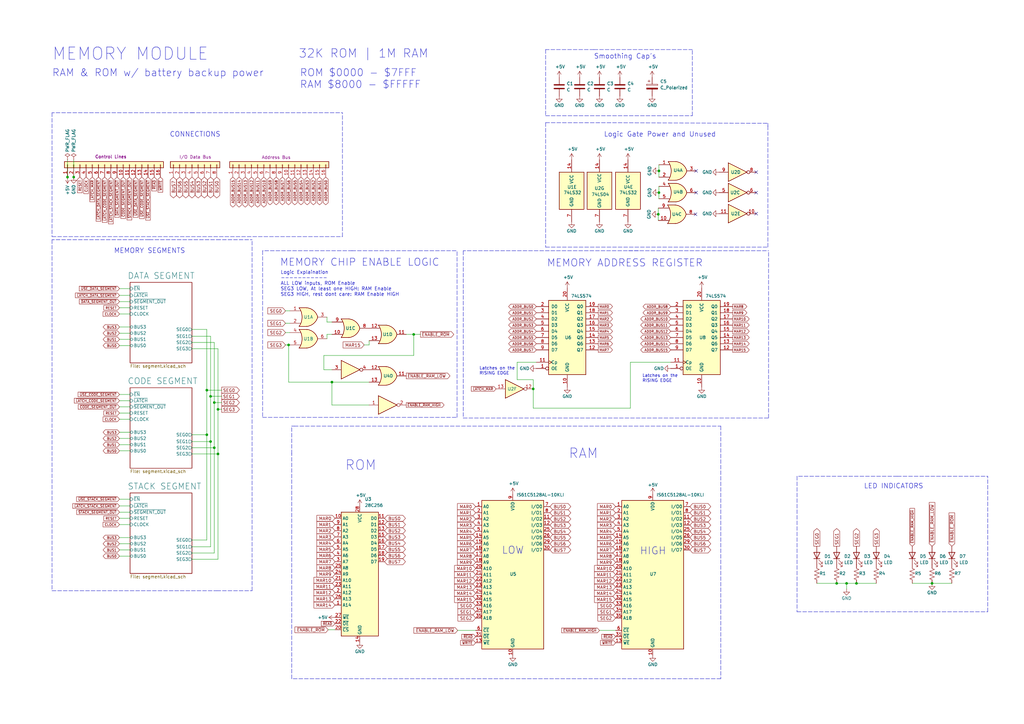
<source format=kicad_sch>
(kicad_sch (version 20211123) (generator eeschema)
  (paper "A3")
  (title_block (title "Memory Module") (date "2021-12-02") (rev "3") (company "theWickedWebDev/8-bit-computer") (comment 1 "Data preserved with backup battery"))
  (junction (at 270.002 87.884))
  (junction (at 30.226 72.644))
  (junction (at 87.884 165.1))
  (junction (at 351.282 239.268))
  (junction (at 89.408 167.894))
  (junction (at 347.218 239.268))
  (junction (at 169.672 137.16))
  (junction (at 382.27 239.268))
  (junction (at 86.36 181.102))
  (junction (at 87.884 183.642))
  (junction (at 86.36 162.56))
  (junction (at 89.408 186.182))
  (junction (at 84.836 178.308))
  (junction (at 218.694 159.512))
  (junction (at 270.256 70.104))
  (junction (at 270.256 78.994))
  (junction (at 343.154 239.268))
  (junction (at 27.686 72.644))
  (junction (at 118.364 141.478))
  (junction (at 136.144 156.718))
  (junction (at 84.836 160.02))
  (no_connect (at 285.496 70.104))
  (no_connect (at 310.134 87.63))
  (no_connect (at 310.134 70.612))
  (no_connect (at 310.134 78.994))
  (no_connect (at 285.496 78.994))
  (no_connect (at 285.242 87.884))
  (wire (pts (xy 212.09 148.59) (xy 212.09 155.702)))
  (wire (pts (xy 343.154 239.268) (xy 347.218 239.268)))
  (wire (pts (xy 49.022 225.552) (xy 53.34 225.552)))
  (polyline (pts (xy 107.696 102.87) (xy 107.696 171.196)))
  (wire (pts (xy 87.884 226.822) (xy 87.884 183.642)))
  (wire (pts (xy 351.282 239.268) (xy 359.41 239.268)))
  (wire (pts (xy 84.836 221.488) (xy 84.836 178.308)))
  (wire (pts (xy 86.36 137.922) (xy 86.36 162.56)))
  (polyline (pts (xy 140.462 97.028) (xy 140.462 46.228)))
  (wire (pts (xy 86.36 181.102) (xy 78.74 181.102)))
  (polyline (pts (xy 187.452 171.196) (xy 187.452 102.87)))
  (wire (pts (xy 78.74 140.462) (xy 87.884 140.462)))
  (wire (pts (xy 84.836 135.128) (xy 84.836 160.02)))
  (wire (pts (xy 136.144 156.718) (xy 136.144 166.116)))
  (polyline (pts (xy 295.656 174.752) (xy 295.656 278.384)))
  (polyline (pts (xy 405.13 250.952) (xy 405.13 195.326)))
  (wire (pts (xy 169.672 137.16) (xy 169.672 145.796)))
  (wire (pts (xy 275.082 148.59) (xy 258.572 148.59)))
  (wire (pts (xy 49.022 164.338) (xy 53.34 164.338)))
  (polyline (pts (xy 223.774 50.292) (xy 223.774 101.346)))
  (wire (pts (xy 49.022 118.364) (xy 53.34 118.364)))
  (wire (pts (xy 136.144 132.08) (xy 134.112 132.08)))
  (wire (pts (xy 49.022 121.158) (xy 53.34 121.158)))
  (polyline (pts (xy 61.214 98.298) (xy 88.9 98.298)))
  (wire (pts (xy 212.09 155.702) (xy 218.694 155.702)))
  (wire (pts (xy 136.144 156.718) (xy 151.384 156.718)))
  (wire (pts (xy 49.022 141.732) (xy 53.34 141.732)))
  (polyline (pts (xy 314.96 50.546) (xy 314.96 51.816)))
  (polyline (pts (xy 326.898 195.326) (xy 326.898 250.952)))
  (wire (pts (xy 245.872 258.572) (xy 252.476 258.572)))
  (wire (pts (xy 87.884 183.642) (xy 78.74 183.642)))
  (wire (pts (xy 86.36 162.56) (xy 90.932 162.56)))
  (wire (pts (xy 117.094 136.398) (xy 118.872 136.398)))
  (polyline (pts (xy 119.634 278.384) (xy 119.634 185.928)))
  (wire (pts (xy 86.36 181.102) (xy 86.36 224.282)))
  (wire (pts (xy 218.694 159.512) (xy 218.694 167.386)))
  (polyline (pts (xy 61.214 98.298) (xy 21.336 98.298)))
  (wire (pts (xy 258.572 148.59) (xy 258.572 167.386)))
  (polyline (pts (xy 189.992 171.45) (xy 315.214 171.45)))
  (polyline (pts (xy 144.526 102.87) (xy 107.696 102.87)))
  (polyline (pts (xy 243.586 20.32) (xy 283.972 20.32)))
  (wire (pts (xy 49.022 220.472) (xy 53.34 220.472)))
  (polyline (pts (xy 189.992 102.87) (xy 189.992 171.45)))
  (wire (pts (xy 49.022 184.912) (xy 53.34 184.912)))
  (wire (pts (xy 84.836 178.308) (xy 78.74 178.308)))
  (wire (pts (xy 136.144 137.16) (xy 134.112 137.16)))
  (wire (pts (xy 78.74 226.822) (xy 87.884 226.822)))
  (wire (pts (xy 89.408 186.182) (xy 78.74 186.182)))
  (wire (pts (xy 49.022 166.878) (xy 53.34 166.878)))
  (wire (pts (xy 78.74 135.128) (xy 84.836 135.128)))
  (wire (pts (xy 30.226 65.532) (xy 30.226 72.644)))
  (wire (pts (xy 89.408 167.894) (xy 90.932 167.894)))
  (wire (pts (xy 49.022 123.698) (xy 53.34 123.698)))
  (wire (pts (xy 49.022 134.112) (xy 53.34 134.112)))
  (wire (pts (xy 270.256 78.994) (xy 270.256 81.534)))
  (polyline (pts (xy 144.272 102.87) (xy 187.452 102.87)))
  (polyline (pts (xy 21.336 242.316) (xy 88.9 242.316)))
  (wire (pts (xy 49.022 212.598) (xy 53.34 212.598)))
  (wire (pts (xy 84.836 160.02) (xy 90.932 160.02)))
  (polyline (pts (xy 119.634 186.182) (xy 119.634 174.752)))
  (polyline (pts (xy 88.9 98.298) (xy 103.378 98.298)))
  (wire (pts (xy 117.094 132.588) (xy 118.872 132.588)))
  (wire (pts (xy 218.694 155.702) (xy 218.694 159.512)))
  (wire (pts (xy 87.884 140.462) (xy 87.884 165.1)))
  (wire (pts (xy 270.256 70.104) (xy 270.256 72.644)))
  (polyline (pts (xy 261.874 102.87) (xy 189.992 102.87)))
  (wire (pts (xy 169.672 137.16) (xy 166.624 137.16)))
  (wire (pts (xy 335.026 239.268) (xy 343.154 239.268)))
  (wire (pts (xy 49.022 126.238) (xy 53.34 126.238)))
  (polyline (pts (xy 103.378 242.316) (xy 103.378 98.298)))
  (polyline (pts (xy 243.586 20.32) (xy 223.774 20.32)))
  (wire (pts (xy 117.094 127.508) (xy 118.872 127.508)))
  (wire (pts (xy 270.256 67.564) (xy 270.256 70.104)))
  (wire (pts (xy 347.218 239.268) (xy 347.218 241.554)))
  (wire (pts (xy 49.022 204.724) (xy 53.34 204.724)))
  (polyline (pts (xy 79.502 46.228) (xy 21.336 46.228)))
  (wire (pts (xy 49.022 179.832) (xy 53.34 179.832)))
  (wire (pts (xy 347.218 239.268) (xy 351.282 239.268)))
  (polyline (pts (xy 315.214 171.45) (xy 315.214 102.87)))
  (wire (pts (xy 78.74 224.282) (xy 86.36 224.282)))
  (polyline (pts (xy 21.336 97.028) (xy 140.462 97.028)))
  (wire (pts (xy 136.144 166.116) (xy 151.384 166.116)))
  (wire (pts (xy 151.384 141.478) (xy 149.352 141.478)))
  (polyline (pts (xy 107.696 171.196) (xy 187.452 171.196)))
  (polyline (pts (xy 314.96 101.346) (xy 314.96 51.308)))
  (wire (pts (xy 218.694 167.386) (xy 258.572 167.386)))
  (polyline (pts (xy 78.232 46.228) (xy 140.462 46.228)))
  (wire (pts (xy 49.022 177.292) (xy 53.34 177.292)))
  (wire (pts (xy 374.142 239.268) (xy 382.27 239.268)))
  (polyline (pts (xy 295.656 278.384) (xy 119.634 278.384)))
  (wire (pts (xy 89.408 229.362) (xy 89.408 186.182)))
  (wire (pts (xy 382.27 239.268) (xy 390.398 239.268)))
  (wire (pts (xy 118.364 141.478) (xy 118.364 156.718)))
  (wire (pts (xy 172.466 137.16) (xy 169.672 137.16)))
  (wire (pts (xy 49.022 171.958) (xy 53.34 171.958)))
  (wire (pts (xy 86.36 162.56) (xy 86.36 181.102)))
  (wire (pts (xy 187.706 258.572) (xy 195.072 258.572)))
  (wire (pts (xy 270.256 76.454) (xy 270.256 78.994)))
  (wire (pts (xy 89.408 143.002) (xy 89.408 167.894)))
  (wire (pts (xy 134.62 258.318) (xy 137.414 258.318)))
  (wire (pts (xy 84.836 160.02) (xy 84.836 178.308)))
  (polyline (pts (xy 326.898 250.952) (xy 405.13 250.952)))
  (wire (pts (xy 49.022 215.138) (xy 53.34 215.138)))
  (polyline (pts (xy 294.64 101.346) (xy 314.96 101.346)))
  (wire (pts (xy 89.408 167.894) (xy 89.408 186.182)))
  (wire (pts (xy 87.884 165.1) (xy 87.884 183.642)))
  (wire (pts (xy 49.022 169.418) (xy 53.34 169.418)))
  (wire (pts (xy 49.022 128.778) (xy 53.34 128.778)))
  (polyline (pts (xy 368.046 195.326) (xy 405.13 195.326)))
  (polyline (pts (xy 223.774 101.346) (xy 294.64 101.346)))
  (wire (pts (xy 151.384 139.7) (xy 151.384 141.478)))
  (polyline (pts (xy 283.972 47.498) (xy 283.972 20.32)))
  (wire (pts (xy 49.022 207.518) (xy 53.34 207.518)))
  (wire (pts (xy 134.112 132.08) (xy 134.112 130.048)))
  (polyline (pts (xy 223.774 20.32) (xy 223.774 47.498)))
  (polyline (pts (xy 223.774 50.292) (xy 314.96 50.546)))
  (wire (pts (xy 49.022 223.012) (xy 53.34 223.012)))
  (wire (pts (xy 49.022 136.652) (xy 53.34 136.652)))
  (polyline (pts (xy 119.634 174.752) (xy 120.65 174.752)))
  (wire (pts (xy 169.672 145.796) (xy 132.842 145.796)))
  (wire (pts (xy 118.364 156.718) (xy 136.144 156.718)))
  (polyline (pts (xy 368.046 195.326) (xy 326.898 195.326)))
  (wire (pts (xy 270.002 85.344) (xy 270.002 87.884)))
  (wire (pts (xy 27.686 65.532) (xy 27.686 72.644)))
  (wire (pts (xy 132.842 145.796) (xy 132.842 151.638)))
  (polyline (pts (xy 120.65 174.752) (xy 295.656 174.752)))
  (polyline (pts (xy 257.81 102.87) (xy 315.214 102.87)))
  (polyline (pts (xy 21.336 98.298) (xy 21.336 242.316)))
  (wire (pts (xy 132.842 151.638) (xy 136.144 151.638)))
  (wire (pts (xy 49.022 210.058) (xy 53.34 210.058)))
  (wire (pts (xy 117.094 141.478) (xy 118.364 141.478)))
  (wire (pts (xy 270.002 87.884) (xy 270.002 90.424)))
  (wire (pts (xy 78.74 221.488) (xy 84.836 221.488)))
  (wire (pts (xy 118.364 141.478) (xy 118.872 141.478)))
  (wire (pts (xy 49.022 228.092) (xy 53.34 228.092)))
  (polyline (pts (xy 88.9 242.316) (xy 103.378 242.316)))
  (wire (pts (xy 87.884 165.1) (xy 90.932 165.1)))
  (wire (pts (xy 78.74 229.362) (xy 89.408 229.362)))
  (polyline (pts (xy 223.774 47.498) (xy 283.972 47.498)))
  (polyline (pts (xy 21.336 46.228) (xy 21.336 97.028)))
  (wire (pts (xy 78.74 143.002) (xy 89.408 143.002)))
  (wire (pts (xy 49.022 139.192) (xy 53.34 139.192)))
  (wire (pts (xy 49.022 182.372) (xy 53.34 182.372)))
  (wire (pts (xy 212.09 148.59) (xy 219.964 148.59)))
  (wire (pts (xy 49.022 161.798) (xy 53.34 161.798)))
  (wire (pts (xy 134.112 137.16) (xy 134.112 138.938)))
  (wire (pts (xy 78.74 137.922) (xy 86.36 137.922)))
  (text "MEMORY CHIP ENABLE LOGIC" (at 114.808 109.474 0) (effects (font (size 3 3)) (justify left bottom)))
  (text "Logic Gate Power and Unused" (at 247.65 56.388 0) (effects (font (size 2 2)) (justify left bottom)))
  (text "HIGH" (at 262.382 227.838 0) (effects (font (size 3 3)) (justify left bottom)))
  (text "LED INDICATORS" (at 354.33 200.66 0) (effects (font (size 2 2)) (justify left bottom)))
  (text "MEMORY SEGMENTS" (at 46.736 104.14 0) (effects (font (size 2 2)) (justify left bottom)))
  (text "CONNECTIONS" (at 69.596 56.388 0) (effects (font (size 2 2)) (justify left bottom)))
  (text "MEMORY ADDRESS REGISTER" (at 224.282 109.728 0) (effects (font (size 3 3)) (justify left bottom)))
  (text "RAM & ROM w/ battery backup power" (at 21.336 31.75 0) (effects (font (size 3 3)) (justify left bottom)))
  (text "MEMORY MODULE" (at 21.336 25.146 0) (effects (font (size 5 5)) (justify left bottom)))
  (text "Latches on the \nRISING EDGE" (at 263.398 156.972 0) (effects (font (size 1.27 1.27)) (justify left bottom)))
  (text "ROM $0000 - $7FFF\nRAM $8000 - $FFFFF\n" (at 122.936 36.576 0) (effects (font (size 3 3)) (justify left bottom)))
  (text "Latches on the \nRISING EDGE" (at 196.596 153.924 0) (effects (font (size 1.27 1.27)) (justify left bottom)))
  (text "32K ROM | 1M RAM" (at 122.428 24.13 0) (effects (font (size 3.5 3.5)) (justify left bottom)))
  (text "Logic Explaination\n-----------\nALL LOW inputs, ROM Enable\nSEG3 LOW, At least one HIGH: RAM Enable \nSEG3 HIGH, rest dont care: RAM Enable HIGH" (at 115.062 121.666 0) (effects (font (size 1.4 1.4)) (justify left bottom)))
  (text "LOW" (at 205.74 227.584 0) (effects (font (size 3 3)) (justify left bottom)))
  (text "Smoothing Cap's" (at 243.586 24.384 0) (effects (font (size 2 2)) (justify left bottom)))
  (text "ROM" (at 141.478 193.294 0) (effects (font (size 4 4)) (justify left bottom)))
  (text "RAM" (at 233.172 188.468 0) (effects (font (size 4 4)) (justify left bottom)))
  (global_label "SEG3" (shape output) (at 90.932 167.894 0) (property "Intersheet References" "${INTERSHEET_REFS}" (effects hide)))
  (global_label "ADDR_BUS0" (shape bidirectional) (at 133.604 72.644 270) (effects (font (size 1 1))) (property "Intersheet References" "${INTERSHEET_REFS}" (effects hide)))
  (global_label "ADDR_BUS7" (shape tri_state) (at 219.964 143.51 180) (effects (font (size 1 1))) (property "Intersheet References" "${INTERSHEET_REFS}" (effects hide)))
  (global_label "BUS1" (shape tri_state) (at 157.734 215.138 0) (property "Intersheet References" "${INTERSHEET_REFS}" (effects hide)))
  (global_label "~{LATCH_STACK_SEGMENT}" (shape input) (at 49.022 207.518 180) (effects (font (size 1 1))) (property "Intersheet References" "${INTERSHEET_REFS}" (effects hide)))
  (global_label "MAR7" (shape input) (at 137.414 230.378 180) (property "Intersheet References" "${INTERSHEET_REFS}" (effects hide)))
  (global_label "ADDR_BUS4" (shape tri_state) (at 219.964 135.89 180) (effects (font (size 1 1))) (property "Intersheet References" "${INTERSHEET_REFS}" (effects hide)))
  (global_label "SEG0" (shape input) (at 252.476 248.412 180) (property "Intersheet References" "${INTERSHEET_REFS}" (effects hide)))
  (global_label "SEG2" (shape input) (at 117.094 136.398 180) (property "Intersheet References" "${INTERSHEET_REFS}" (effects hide)))
  (global_label "BUS2" (shape tri_state) (at 282.956 212.852 0) (property "Intersheet References" "${INTERSHEET_REFS}" (effects hide)))
  (global_label "MAR2" (shape input) (at 137.414 217.678 180) (property "Intersheet References" "${INTERSHEET_REFS}" (effects hide)))
  (global_label "~{USE_DATA_SEGMENT}" (shape input) (at 49.022 118.364 180) (effects (font (size 1 1))) (property "Intersheet References" "${INTERSHEET_REFS}" (effects hide)))
  (global_label "MAR13" (shape input) (at 195.072 240.792 180) (property "Intersheet References" "${INTERSHEET_REFS}" (effects hide)))
  (global_label "~{LATCH_MAR}" (shape input) (at 37.846 72.644 270) (effects (font (size 1 1))) (property "Intersheet References" "${INTERSHEET_REFS}" (effects hide)))
  (global_label "MAR4" (shape input) (at 252.476 217.932 180) (property "Intersheet References" "${INTERSHEET_REFS}" (effects hide)))
  (global_label "BUS6" (shape tri_state) (at 282.956 223.012 0) (property "Intersheet References" "${INTERSHEET_REFS}" (effects hide)))
  (global_label "ADDR_BUS3" (shape tri_state) (at 219.964 133.35 180) (effects (font (size 1 1))) (property "Intersheet References" "${INTERSHEET_REFS}" (effects hide)))
  (global_label "ADDR_BUS8" (shape tri_state) (at 113.284 72.644 270) (effects (font (size 1 1))) (property "Intersheet References" "${INTERSHEET_REFS}" (effects hide)))
  (global_label "RESET" (shape input) (at 49.022 126.238 180) (effects (font (size 1 1))) (property "Intersheet References" "${INTERSHEET_REFS}" (effects hide)))
  (global_label "ADDR_BUS3" (shape tri_state) (at 125.984 72.644 270) (effects (font (size 1 1))) (property "Intersheet References" "${INTERSHEET_REFS}" (effects hide)))
  (global_label "BUS6" (shape tri_state) (at 225.552 223.012 0) (property "Intersheet References" "${INTERSHEET_REFS}" (effects hide)))
  (global_label "SEG3" (shape output) (at 359.41 224.028 90) (property "Intersheet References" "${INTERSHEET_REFS}" (effects hide)))
  (global_label "ADDR_BUS5" (shape tri_state) (at 219.964 138.43 180) (effects (font (size 1 1))) (property "Intersheet References" "${INTERSHEET_REFS}" (effects hide)))
  (global_label "MAR3" (shape input) (at 252.476 215.392 180) (property "Intersheet References" "${INTERSHEET_REFS}" (effects hide)))
  (global_label "~{ENABLE_RAM_LOW}" (shape output) (at 166.624 154.178 0) (effects (font (size 1.2 1.2))) (property "Intersheet References" "${INTERSHEET_REFS}" (effects hide)))
  (global_label "BUS6" (shape tri_state) (at 157.734 227.838 0) (property "Intersheet References" "${INTERSHEET_REFS}" (effects hide)))
  (global_label "MAR12" (shape output) (at 300.482 135.89 0) (effects (font (size 1 1))) (property "Intersheet References" "${INTERSHEET_REFS}" (effects hide)))
  (global_label "MAR7" (shape output) (at 245.364 143.51 0) (effects (font (size 1 1))) (property "Intersheet References" "${INTERSHEET_REFS}" (effects hide)))
  (global_label "MAR3" (shape input) (at 137.414 220.218 180) (property "Intersheet References" "${INTERSHEET_REFS}" (effects hide)))
  (global_label "ADDR_BUS15" (shape tri_state) (at 95.504 72.644 270) (effects (font (size 1 1))) (property "Intersheet References" "${INTERSHEET_REFS}" (effects hide)))
  (global_label "BUS1" (shape tri_state) (at 49.022 225.552 180) (effects (font (size 1 1))) (property "Intersheet References" "${INTERSHEET_REFS}" (effects hide)))
  (global_label "ADDR_BUS5" (shape tri_state) (at 120.904 72.644 270) (effects (font (size 1 1))) (property "Intersheet References" "${INTERSHEET_REFS}" (effects hide)))
  (global_label "~{READ}" (shape input) (at 63.246 72.644 270) (effects (font (size 1 1))) (property "Intersheet References" "${INTERSHEET_REFS}" (effects hide)))
  (global_label "~{WRITE}" (shape input) (at 195.072 263.652 180) (effects (font (size 1 1))) (property "Intersheet References" "${INTERSHEET_REFS}" (effects hide)))
  (global_label "MAR2" (shape input) (at 195.072 212.852 180) (property "Intersheet References" "${INTERSHEET_REFS}" (effects hide)))
  (global_label "BUS3" (shape tri_state) (at 81.28 72.644 270) (property "Intersheet References" "${INTERSHEET_REFS}" (effects hide)))
  (global_label "MAR15" (shape input) (at 252.476 245.872 180) (property "Intersheet References" "${INTERSHEET_REFS}" (effects hide)))
  (global_label "BUS1" (shape tri_state) (at 49.022 139.192 180) (effects (font (size 1 1))) (property "Intersheet References" "${INTERSHEET_REFS}" (effects hide)))
  (global_label "MAR0" (shape input) (at 137.414 212.598 180) (property "Intersheet References" "${INTERSHEET_REFS}" (effects hide)))
  (global_label "MAR0" (shape output) (at 245.364 125.73 0) (effects (font (size 1 1))) (property "Intersheet References" "${INTERSHEET_REFS}" (effects hide)))
  (global_label "MAR5" (shape input) (at 252.476 220.472 180) (property "Intersheet References" "${INTERSHEET_REFS}" (effects hide)))
  (global_label "ADDR_BUS6" (shape tri_state) (at 118.364 72.644 270) (effects (font (size 1 1))) (property "Intersheet References" "${INTERSHEET_REFS}" (effects hide)))
  (global_label "CLOCK" (shape input) (at 35.306 72.644 270) (effects (font (size 1 1))) (property "Intersheet References" "${INTERSHEET_REFS}" (effects hide)))
  (global_label "BUS2" (shape tri_state) (at 83.82 72.644 270) (property "Intersheet References" "${INTERSHEET_REFS}" (effects hide)))
  (global_label "MAR10" (shape input) (at 195.072 233.172 180) (property "Intersheet References" "${INTERSHEET_REFS}" (effects hide)))
  (global_label "SEG2" (shape output) (at 90.932 165.1 0) (property "Intersheet References" "${INTERSHEET_REFS}" (effects hide)))
  (global_label "~{ENABLE_RAM_HIGH}" (shape output) (at 166.624 166.116 0) (effects (font (size 1 1))) (property "Intersheet References" "${INTERSHEET_REFS}" (effects hide)))
  (global_label "ADDR_BUS14" (shape tri_state) (at 98.044 72.644 270) (effects (font (size 1 1))) (property "Intersheet References" "${INTERSHEET_REFS}" (effects hide)))
  (global_label "~{WRITE}" (shape input) (at 65.786 72.644 270) (effects (font (size 1 1))) (property "Intersheet References" "${INTERSHEET_REFS}" (effects hide)))
  (global_label "~{USE_CODE_SEGMENT}" (shape input) (at 58.166 72.644 270) (effects (font (size 1 1))) (property "Intersheet References" "${INTERSHEET_REFS}" (effects hide)))
  (global_label "~{ENABLE_ROM}" (shape input) (at 390.398 224.028 90) (effects (font (size 1.2 1.2))) (property "Intersheet References" "${INTERSHEET_REFS}" (effects hide)))
  (global_label "SEG2" (shape input) (at 252.476 253.492 180) (property "Intersheet References" "${INTERSHEET_REFS}" (effects hide)))
  (global_label "~{LATCH_CODE_SEGMENT}" (shape input) (at 42.926 72.644 270) (effects (font (size 1 1))) (property "Intersheet References" "${INTERSHEET_REFS}" (effects hide)))
  (global_label "BUS2" (shape tri_state) (at 225.552 212.852 0) (property "Intersheet References" "${INTERSHEET_REFS}" (effects hide)))
  (global_label "MAR1" (shape output) (at 245.364 128.27 0) (effects (font (size 1 1))) (property "Intersheet References" "${INTERSHEET_REFS}" (effects hide)))
  (global_label "MAR15" (shape input) (at 195.072 245.872 180) (property "Intersheet References" "${INTERSHEET_REFS}" (effects hide)))
  (global_label "ADDR_BUS14" (shape tri_state) (at 275.082 140.97 180) (effects (font (size 1 1))) (property "Intersheet References" "${INTERSHEET_REFS}" (effects hide)))
  (global_label "MAR6" (shape output) (at 245.364 140.97 0) (effects (font (size 1 1))) (property "Intersheet References" "${INTERSHEET_REFS}" (effects hide)))
  (global_label "SEG1" (shape input) (at 117.094 132.588 180) (property "Intersheet References" "${INTERSHEET_REFS}" (effects hide)))
  (global_label "~{LATCH_DATA_SEGMENT}" (shape input) (at 49.022 121.158 180) (effects (font (size 1 1))) (property "Intersheet References" "${INTERSHEET_REFS}" (effects hide)))
  (global_label "SEG1" (shape output) (at 343.154 224.028 90) (property "Intersheet References" "${INTERSHEET_REFS}" (effects hide)))
  (global_label "MAR8" (shape input) (at 137.414 232.918 180) (property "Intersheet References" "${INTERSHEET_REFS}" (effects hide)))
  (global_label "ADDR_BUS10" (shape tri_state) (at 275.082 130.81 180) (effects (font (size 1 1))) (property "Intersheet References" "${INTERSHEET_REFS}" (effects hide)))
  (global_label "~{DATA_SEGMENT_OUT}" (shape input) (at 49.022 123.698 180) (effects (font (size 1 1))) (property "Intersheet References" "${INTERSHEET_REFS}" (effects hide)))
  (global_label "ADDR_BUS9" (shape tri_state) (at 110.744 72.644 270) (effects (font (size 1 1))) (property "Intersheet References" "${INTERSHEET_REFS}" (effects hide)))
  (global_label "~{USE_STACK_SEGMENT}" (shape input) (at 60.706 72.644 270) (effects (font (size 1 1))) (property "Intersheet References" "${INTERSHEET_REFS}" (effects hide)))
  (global_label "BUS0" (shape tri_state) (at 49.022 184.912 180) (effects (font (size 1 1))) (property "Intersheet References" "${INTERSHEET_REFS}" (effects hide)))
  (global_label "ADDR_BUS8" (shape tri_state) (at 275.082 125.73 180) (effects (font (size 1 1))) (property "Intersheet References" "${INTERSHEET_REFS}" (effects hide)))
  (global_label "SEG0" (shape output) (at 335.026 224.028 90) (property "Intersheet References" "${INTERSHEET_REFS}" (effects hide)))
  (global_label "ADDR_BUS4" (shape tri_state) (at 123.444 72.644 270) (effects (font (size 1 1))) (property "Intersheet References" "${INTERSHEET_REFS}" (effects hide)))
  (global_label "BUS0" (shape tri_state) (at 157.734 212.598 0) (property "Intersheet References" "${INTERSHEET_REFS}" (effects hide)))
  (global_label "~{USE_DATA_SEGMENT}" (shape input) (at 55.626 72.644 270) (effects (font (size 1 1))) (property "Intersheet References" "${INTERSHEET_REFS}" (effects hide)))
  (global_label "SEG1" (shape output) (at 90.932 162.56 0) (property "Intersheet References" "${INTERSHEET_REFS}" (effects hide)))
  (global_label "RESET" (shape input) (at 49.022 212.598 180) (effects (font (size 1 1))) (property "Intersheet References" "${INTERSHEET_REFS}" (effects hide)))
  (global_label "MAR12" (shape input) (at 195.072 238.252 180) (property "Intersheet References" "${INTERSHEET_REFS}" (effects hide)))
  (global_label "ADDR_BUS1" (shape bidirectional) (at 219.964 128.27 180) (effects (font (size 1 1))) (property "Intersheet References" "${INTERSHEET_REFS}" (effects hide)))
  (global_label "MAR12" (shape input) (at 137.414 243.078 180) (property "Intersheet References" "${INTERSHEET_REFS}" (effects hide)))
  (global_label "MAR4" (shape input) (at 195.072 217.932 180) (property "Intersheet References" "${INTERSHEET_REFS}" (effects hide)))
  (global_label "~{ENABLE_ROM}" (shape output) (at 172.466 137.16 0) (effects (font (size 1.2 1.2))) (property "Intersheet References" "${INTERSHEET_REFS}" (effects hide)))
  (global_label "MAR11" (shape output) (at 300.482 133.35 0) (effects (font (size 1 1))) (property "Intersheet References" "${INTERSHEET_REFS}" (effects hide)))
  (global_label "BUS3" (shape tri_state) (at 49.022 177.292 180) (effects (font (size 1 1))) (property "Intersheet References" "${INTERSHEET_REFS}" (effects hide)))
  (global_label "BUS3" (shape tri_state) (at 157.734 220.218 0) (property "Intersheet References" "${INTERSHEET_REFS}" (effects hide)))
  (global_label "SEG1" (shape input) (at 195.072 250.952 180) (property "Intersheet References" "${INTERSHEET_REFS}" (effects hide)))
  (global_label "ADDR_BUS2" (shape bidirectional) (at 128.524 72.644 270) (effects (font (size 1 1))) (property "Intersheet References" "${INTERSHEET_REFS}" (effects hide)))
  (global_label "ADDR_BUS13" (shape tri_state) (at 100.584 72.644 270) (effects (font (size 1 1))) (property "Intersheet References" "${INTERSHEET_REFS}" (effects hide)))
  (global_label "ADDR_BUS1" (shape bidirectional) (at 131.064 72.644 270) (effects (font (size 1 1))) (property "Intersheet References" "${INTERSHEET_REFS}" (effects hide)))
  (global_label "MAR10" (shape input) (at 137.414 237.998 180) (property "Intersheet References" "${INTERSHEET_REFS}" (effects hide)))
  (global_label "ADDR_BUS10" (shape tri_state) (at 108.204 72.644 270) (effects (font (size 1 1))) (property "Intersheet References" "${INTERSHEET_REFS}" (effects hide)))
  (global_label "BUS0" (shape tri_state) (at 49.022 141.732 180) (effects (font (size 1 1))) (property "Intersheet References" "${INTERSHEET_REFS}" (effects hide)))
  (global_label "BUS4" (shape tri_state) (at 282.956 217.932 0) (property "Intersheet References" "${INTERSHEET_REFS}" (effects hide)))
  (global_label "BUS4" (shape tri_state) (at 157.734 222.758 0) (property "Intersheet References" "${INTERSHEET_REFS}" (effects hide)))
  (global_label "BUS0" (shape tri_state) (at 49.022 228.092 180) (effects (font (size 1 1))) (property "Intersheet References" "${INTERSHEET_REFS}" (effects hide)))
  (global_label "MAR5" (shape input) (at 195.072 220.472 180) (property "Intersheet References" "${INTERSHEET_REFS}" (effects hide)))
  (global_label "~{LATCH_MAR}" (shape input) (at 203.454 159.512 180) (effects (font (size 1 1))) (property "Intersheet References" "${INTERSHEET_REFS}" (effects hide)))
  (global_label "~{ENABLE_RAM_HIGH}" (shape input) (at 245.872 258.572 180) (effects (font (size 1 1))) (property "Intersheet References" "${INTERSHEET_REFS}" (effects hide)))
  (global_label "MAR7" (shape input) (at 252.476 225.552 180) (property "Intersheet References" "${INTERSHEET_REFS}" (effects hide)))
  (global_label "BUS0" (shape tri_state) (at 88.9 72.644 270) (property "Intersheet References" "${INTERSHEET_REFS}" (effects hide)))
  (global_label "ADDR_BUS9" (shape tri_state) (at 275.082 128.27 180) (effects (font (size 1 1))) (property "Intersheet References" "${INTERSHEET_REFS}" (effects hide)))
  (global_label "~{READ}" (shape input) (at 252.476 261.112 180) (effects (font (size 1 1))) (property "Intersheet References" "${INTERSHEET_REFS}" (effects hide)))
  (global_label "BUS2" (shape tri_state) (at 49.022 223.012 180) (effects (font (size 1 1))) (property "Intersheet References" "${INTERSHEET_REFS}" (effects hide)))
  (global_label "SEG0" (shape output) (at 90.932 160.02 0) (property "Intersheet References" "${INTERSHEET_REFS}" (effects hide)))
  (global_label "ADDR_BUS2" (shape bidirectional) (at 219.964 130.81 180) (effects (font (size 1 1))) (property "Intersheet References" "${INTERSHEET_REFS}" (effects hide)))
  (global_label "BUS1" (shape tri_state) (at 49.022 182.372 180) (effects (font (size 1 1))) (property "Intersheet References" "${INTERSHEET_REFS}" (effects hide)))
  (global_label "~{CODE_SEGMENT_OUT}" (shape input) (at 49.022 166.878 180) (effects (font (size 1 1))) (property "Intersheet References" "${INTERSHEET_REFS}" (effects hide)))
  (global_label "~{WRITE}" (shape input) (at 252.476 263.652 180) (effects (font (size 1 1))) (property "Intersheet References" "${INTERSHEET_REFS}" (effects hide)))
  (global_label "~{ENABLE_ROM}" (shape input) (at 134.62 258.318 180) (effects (font (size 1.2 1.2))) (property "Intersheet References" "${INTERSHEET_REFS}" (effects hide)))
  (global_label "MAR3" (shape input) (at 195.072 215.392 180) (property "Intersheet References" "${INTERSHEET_REFS}" (effects hide)))
  (global_label "BUS3" (shape tri_state) (at 225.552 215.392 0) (property "Intersheet References" "${INTERSHEET_REFS}" (effects hide)))
  (global_label "~{STACK_SEGMENT_OUT}" (shape input) (at 49.022 210.058 180) (effects (font (size 1 1))) (property "Intersheet References" "${INTERSHEET_REFS}" (effects hide)))
  (global_label "MAR13" (shape input) (at 252.476 240.792 180) (property "Intersheet References" "${INTERSHEET_REFS}" (effects hide)))
  (global_label "ADDR_BUS12" (shape tri_state) (at 103.124 72.644 270) (effects (font (size 1 1))) (property "Intersheet References" "${INTERSHEET_REFS}" (effects hide)))
  (global_label "BUS0" (shape tri_state) (at 282.956 207.772 0) (property "Intersheet References" "${INTERSHEET_REFS}" (effects hide)))
  (global_label "MAR7" (shape input) (at 195.072 225.552 180) (property "Intersheet References" "${INTERSHEET_REFS}" (effects hide)))
  (global_label "~{STACK_SEGMENT_OUT}" (shape input) (at 53.086 72.644 270) (effects (font (size 1 1))) (property "Intersheet References" "${INTERSHEET_REFS}" (effects hide)))
  (global_label "~{CODE_SEGMENT_OUT}" (shape input) (at 50.546 72.644 270) (effects (font (size 1 1))) (property "Intersheet References" "${INTERSHEET_REFS}" (effects hide)))
  (global_label "ADDR_BUS11" (shape tri_state) (at 275.082 133.35 180) (effects (font (size 1 1))) (property "Intersheet References" "${INTERSHEET_REFS}" (effects hide)))
  (global_label "BUS2" (shape tri_state) (at 49.022 179.832 180) (effects (font (size 1 1))) (property "Intersheet References" "${INTERSHEET_REFS}" (effects hide)))
  (global_label "RESET" (shape input) (at 32.766 72.644 270) (effects (font (size 1 1))) (property "Intersheet References" "${INTERSHEET_REFS}" (effects hide)))
  (global_label "~{LATCH_DATA_SEGMENT}" (shape input) (at 40.386 72.644 270) (effects (font (size 1 1))) (property "Intersheet References" "${INTERSHEET_REFS}" (effects hide)))
  (global_label "SEG2" (shape input) (at 195.072 253.492 180) (property "Intersheet References" "${INTERSHEET_REFS}" (effects hide)))
  (global_label "BUS7" (shape tri_state) (at 157.734 230.378 0) (property "Intersheet References" "${INTERSHEET_REFS}" (effects hide)))
  (global_label "MAR11" (shape input) (at 137.414 240.538 180) (property "Intersheet References" "${INTERSHEET_REFS}" (effects hide)))
  (global_label "MAR6" (shape input) (at 137.414 227.838 180) (property "Intersheet References" "${INTERSHEET_REFS}" (effects hide)))
  (global_label "BUS0" (shape tri_state) (at 225.552 207.772 0) (property "Intersheet References" "${INTERSHEET_REFS}" (effects hide)))
  (global_label "~{LATCH_STACK_SEGMENT}" (shape input) (at 45.466 72.644 270) (effects (font (size 1 1))) (property "Intersheet References" "${INTERSHEET_REFS}" (effects hide)))
  (global_label "MAR2" (shape input) (at 252.476 212.852 180) (property "Intersheet References" "${INTERSHEET_REFS}" (effects hide)))
  (global_label "BUS7" (shape tri_state) (at 282.956 225.552 0) (property "Intersheet References" "${INTERSHEET_REFS}" (effects hide)))
  (global_label "~{ENABLE_RAM_LOW}" (shape input) (at 382.27 224.028 90) (effects (font (size 1.2 1.2))) (property "Intersheet References" "${INTERSHEET_REFS}" (effects hide)))
  (global_label "BUS1" (shape tri_state) (at 282.956 210.312 0) (property "Intersheet References" "${INTERSHEET_REFS}" (effects hide)))
  (global_label "MAR14" (shape input) (at 195.072 243.332 180) (property "Intersheet References" "${INTERSHEET_REFS}" (effects hide)))
  (global_label "BUS5" (shape tri_state) (at 282.956 220.472 0) (property "Intersheet References" "${INTERSHEET_REFS}" (effects hide)))
  (global_label "RESET" (shape input) (at 49.022 169.418 180) (effects (font (size 1 1))) (property "Intersheet References" "${INTERSHEET_REFS}" (effects hide)))
  (global_label "ADDR_BUS15" (shape tri_state) (at 275.082 143.51 180) (effects (font (size 1 1))) (property "Intersheet References" "${INTERSHEET_REFS}" (effects hide)))
  (global_label "MAR14" (shape input) (at 137.414 248.158 180) (property "Intersheet References" "${INTERSHEET_REFS}" (effects hide)))
  (global_label "MAR0" (shape input) (at 195.072 207.772 180) (property "Intersheet References" "${INTERSHEET_REFS}" (effects hide)))
  (global_label "MAR1" (shape input) (at 195.072 210.312 180) (property "Intersheet References" "${INTERSHEET_REFS}" (effects hide)))
  (global_label "MAR15" (shape output) (at 300.482 143.51 0) (effects (font (size 1 1))) (property "Intersheet References" "${INTERSHEET_REFS}" (effects hide)))
  (global_label "BUS3" (shape tri_state) (at 282.956 215.392 0) (property "Intersheet References" "${INTERSHEET_REFS}" (effects hide)))
  (global_label "ADDR_BUS11" (shape tri_state) (at 105.664 72.644 270) (effects (font (size 1 1))) (property "Intersheet References" "${INTERSHEET_REFS}" (effects hide)))
  (global_label "MAR4" (shape input) (at 137.414 222.758 180) (property "Intersheet References" "${INTERSHEET_REFS}" (effects hide)))
  (global_label "BUS7" (shape tri_state) (at 225.552 225.552 0) (property "Intersheet References" "${INTERSHEET_REFS}" (effects hide)))
  (global_label "~{ENABLE_RAM_LOW}" (shape input) (at 187.706 258.572 180) (effects (font (size 1.2 1.2))) (property "Intersheet References" "${INTERSHEET_REFS}" (effects hide)))
  (global_label "~{USE_STACK_SEGMENT}" (shape input) (at 49.022 204.724 180) (effects (font (size 1 1))) (property "Intersheet References" "${INTERSHEET_REFS}" (effects hide)))
  (global_label "MAR9" (shape output) (at 300.482 128.27 0) (effects (font (size 1 1))) (property "Intersheet References" "${INTERSHEET_REFS}" (effects hide)))
  (global_label "MAR2" (shape output) (at 245.364 130.81 0) (effects (font (size 1 1))) (property "Intersheet References" "${INTERSHEET_REFS}" (effects hide)))
  (global_label "SEG1" (shape input) (at 252.476 250.952 180) (property "Intersheet References" "${INTERSHEET_REFS}" (effects hide)))
  (global_label "~{ENABLE_RAM_HIGH}" (shape input) (at 374.142 224.028 90) (effects (font (size 1 1))) (property "Intersheet References" "${INTERSHEET_REFS}" (effects hide)))
  (global_label "~{LATCH_CODE_SEGMENT}" (shape input) (at 49.022 164.338 180) (effects (font (size 1 1))) (property "Intersheet References" "${INTERSHEET_REFS}" (effects hide)))
  (global_label "MAR8" (shape input) (at 252.476 228.092 180) (property "Intersheet References" "${INTERSHEET_REFS}" (effects hide)))
  (global_label "MAR1" (shape input) (at 137.414 215.138 180) (property "Intersheet References" "${INTERSHEET_REFS}" (effects hide)))
  (global_label "MAR6" (shape input) (at 252.476 223.012 180) (property "Intersheet References" "${INTERSHEET_REFS}" (effects hide)))
  (global_label "MAR10" (shape input) (at 252.476 233.172 180) (property "Intersheet References" "${INTERSHEET_REFS}" (effects hide)))
  (global_label "CLOCK" (shape input) (at 49.022 171.958 180) (effects (font (size 1 1))) (property "Intersheet References" "${INTERSHEET_REFS}" (effects hide)))
  (global_label "SEG0" (shape input) (at 195.072 248.412 180) (property "Intersheet References" "${INTERSHEET_REFS}" (effects hide)))
  (global_label "BUS2" (shape tri_state) (at 157.734 217.678 0) (property "Intersheet References" "${INTERSHEET_REFS}" (effects hide)))
  (global_label "MAR12" (shape input) (at 252.476 238.252 180) (property "Intersheet References" "${INTERSHEET_REFS}" (effects hide)))
  (global_label "~{DATA_SEGMENT_OUT}" (shape input) (at 48.006 72.644 270) (effects (font (size 1 1))) (property "Intersheet References" "${INTERSHEET_REFS}" (effects hide)))
  (global_label "MAR8" (shape input) (at 195.072 228.092 180) (property "Intersheet References" "${INTERSHEET_REFS}" (effects hide)))
  (global_label "BUS2" (shape tri_state) (at 49.022 136.652 180) (effects (font (size 1 1))) (property "Intersheet References" "${INTERSHEET_REFS}" (effects hide)))
  (global_label "MAR14" (shape output) (at 300.482 140.97 0) (effects (font (size 1 1))) (property "Intersheet References" "${INTERSHEET_REFS}" (effects hide)))
  (global_label "MAR3" (shape output) (at 245.364 133.35 0) (effects (font (size 1 1))) (property "Intersheet References" "${INTERSHEET_REFS}" (effects hide)))
  (global_label "~{READ}" (shape input) (at 137.414 255.778 180) (effects (font (size 1 1))) (property "Intersheet References" "${INTERSHEET_REFS}" (effects hide)))
  (global_label "BUS1" (shape tri_state) (at 225.552 210.312 0) (property "Intersheet References" "${INTERSHEET_REFS}" (effects hide)))
  (global_label "MAR10" (shape output) (at 300.482 130.81 0) (effects (font (size 1 1))) (property "Intersheet References" "${INTERSHEET_REFS}" (effects hide)))
  (global_label "BUS7" (shape tri_state) (at 71.12 72.644 270) (property "Intersheet References" "${INTERSHEET_REFS}" (effects hide)))
  (global_label "SEG3" (shape input) (at 117.094 141.478 180) (property "Intersheet References" "${INTERSHEET_REFS}" (effects hide)))
  (global_label "MAR11" (shape input) (at 252.476 235.712 180) (property "Intersheet References" "${INTERSHEET_REFS}" (effects hide)))
  (global_label "MAR4" (shape output) (at 245.364 135.89 0) (effects (font (size 1 1))) (property "Intersheet References" "${INTERSHEET_REFS}" (effects hide)))
  (global_label "BUS5" (shape tri_state) (at 157.734 225.298 0) (property "Intersheet References" "${INTERSHEET_REFS}" (effects hide)))
  (global_label "MAR5" (shape input) (at 137.414 225.298 180) (property "Intersheet References" "${INTERSHEET_REFS}" (effects hide)))
  (global_label "CLOCK" (shape input) (at 49.022 215.138 180) (effects (font (size 1 1))) (property "Intersheet References" "${INTERSHEET_REFS}" (effects hide)))
  (global_label "MAR13" (shape output) (at 300.482 138.43 0) (effects (font (size 1 1))) (property "Intersheet References" "${INTERSHEET_REFS}" (effects hide)))
  (global_label "BUS4" (shape tri_state) (at 78.74 72.644 270) (property "Intersheet References" "${INTERSHEET_REFS}" (effects hide)))
  (global_label "SEG0" (shape input) (at 117.094 127.508 180) (property "Intersheet References" "${INTERSHEET_REFS}" (effects hide)))
  (global_label "ADDR_BUS7" (shape tri_state) (at 115.824 72.644 270) (effects (font (size 1 1))) (property "Intersheet References" "${INTERSHEET_REFS}" (effects hide)))
  (global_label "~{READ}" (shape input) (at 195.072 261.112 180) (effects (font (size 1 1))) (property "Intersheet References" "${INTERSHEET_REFS}" (effects hide)))
  (global_label "ADDR_BUS6" (shape tri_state) (at 219.964 140.97 180) (effects (font (size 1 1))) (property "Intersheet References" "${INTERSHEET_REFS}" (effects hide)))
  (global_label "ADDR_BUS12" (shape tri_state) (at 275.082 135.89 180) (effects (font (size 1 1))) (property "Intersheet References" "${INTERSHEET_REFS}" (effects hide)))
  (global_label "MAR11" (shape input) (at 195.072 235.712 180) (property "Intersheet References" "${INTERSHEET_REFS}" (effects hide)))
  (global_label "BUS3" (shape tri_state) (at 49.022 220.472 180) (effects (font (size 1 1))) (property "Intersheet References" "${INTERSHEET_REFS}" (effects hide)))
  (global_label "ADDR_BUS13" (shape tri_state) (at 275.082 138.43 180) (effects (font (size 1 1))) (property "Intersheet References" "${INTERSHEET_REFS}" (effects hide)))
  (global_label "BUS5" (shape tri_state) (at 225.552 220.472 0) (property "Intersheet References" "${INTERSHEET_REFS}" (effects hide)))
  (global_label "MAR9" (shape input) (at 252.476 230.632 180) (property "Intersheet References" "${INTERSHEET_REFS}" (effects hide)))
  (global_label "BUS3" (shape tri_state) (at 49.022 134.112 180) (effects (font (size 1 1))) (property "Intersheet References" "${INTERSHEET_REFS}" (effects hide)))
  (global_label "CLOCK" (shape input) (at 49.022 128.778 180) (effects (font (size 1 1))) (property "Intersheet References" "${INTERSHEET_REFS}" (effects hide)))
  (global_label "MAR14" (shape input) (at 252.476 243.332 180) (property "Intersheet References" "${INTERSHEET_REFS}" (effects hide)))
  (global_label "MAR0" (shape input) (at 252.476 207.772 180) (property "Intersheet References" "${INTERSHEET_REFS}" (effects hide)))
  (global_label "BUS1" (shape tri_state) (at 86.36 72.644 270) (property "Intersheet References" "${INTERSHEET_REFS}" (effects hide)))
  (global_label "BUS4" (shape tri_state) (at 225.552 217.932 0) (property "Intersheet References" "${INTERSHEET_REFS}" (effects hide)))
  (global_label "ADDR_BUS0" (shape bidirectional) (at 219.964 125.73 180) (effects (font (size 1 1))) (property "Intersheet References" "${INTERSHEET_REFS}" (effects hide)))
  (global_label "MAR9" (shape input) (at 195.072 230.632 180) (property "Intersheet References" "${INTERSHEET_REFS}" (effects hide)))
  (global_label "MAR5" (shape output) (at 245.364 138.43 0) (effects (font (size 1 1))) (property "Intersheet References" "${INTERSHEET_REFS}" (effects hide)))
  (global_label "BUS5" (shape tri_state) (at 76.2 72.644 270) (property "Intersheet References" "${INTERSHEET_REFS}" (effects hide)))
  (global_label "MAR15" (shape input) (at 149.352 141.478 180) (property "Intersheet References" "${INTERSHEET_REFS}" (effects hide)))
  (global_label "BUS6" (shape tri_state) (at 73.66 72.644 270) (property "Intersheet References" "${INTERSHEET_REFS}" (effects hide)))
  (global_label "MAR8" (shape output) (at 300.482 125.73 0) (effects (font (size 1 1))) (property "Intersheet References" "${INTERSHEET_REFS}" (effects hide)))
  (global_label "MAR13" (shape input) (at 137.414 245.618 180) (property "Intersheet References" "${INTERSHEET_REFS}" (effects hide)))
  (global_label "MAR6" (shape input) (at 195.072 223.012 180) (property "Intersheet References" "${INTERSHEET_REFS}" (effects hide)))
  (global_label "~{USE_CODE_SEGMENT}" (shape input) (at 49.022 161.798 180) (effects (font (size 1 1))) (property "Intersheet References" "${INTERSHEET_REFS}" (effects hide)))
  (global_label "MAR1" (shape input) (at 252.476 210.312 180) (property "Intersheet References" "${INTERSHEET_REFS}" (effects hide)))
  (global_label "SEG2" (shape output) (at 351.282 224.028 90) (property "Intersheet References" "${INTERSHEET_REFS}" (effects hide)))
  (global_label "MAR9" (shape input) (at 137.414 235.458 180) (property "Intersheet References" "${INTERSHEET_REFS}" (effects hide)))
  (symbol (lib_id "Connector_Generic:Conn_01x08") (at 78.74 67.564 90) (unit 1)
    (property "Reference" "J2" (effects hide))
    (property "Value" "Conn_01x08" (effects hide))
    (property "Footprint" "Connector_PinHeader_2.54mm:PinHeader_1x08_P2.54mm_Vertical" (effects hide))
    (property "L" "I/O Data Bus" (at 80.1116 64.389 90))
  )
  (symbol (lib_id "Device:R_US") (at 343.154 235.458 180) (unit 1)
    (property "Reference" "R2" (at 344.17 235.204 0) (effects (justify right)))
    (property "Value" "R_US" (effects hide))
    (property "Footprint" "Resistor_SMD:R_0805_2012Metric" (effects hide))
  )
  (symbol (lib_id "Connector_Generic:Conn_01x16") (at 113.284 67.564 90) (unit 1)
    (property "Reference" "J3" (effects hide))
    (property "Value" "Conn_01x16" (effects hide))
    (property "Footprint" "Connector_PinHeader_2.54mm:PinHeader_1x16_P2.54mm_Vertical" (effects hide))
    (property "Field4" "Address Bus" (at 113.284 64.516 90))
  )
  (symbol (lib_id "Device:R_US") (at 374.142 235.458 180) (unit 1)
    (property "Reference" "R5" (at 375.158 235.204 0) (effects (justify right)))
    (property "Value" "R_US" (effects hide))
    (property "Footprint" "Resistor_SMD:R_0805_2012Metric" (effects hide))
  )
  (symbol (lib_id "power:GND") (at 237.744 39.37 0) (unit 1)
    (property "Reference" "#PWR016" (effects hide))
    (property "Value" "GND" (at 237.744 43.18 0))
  )
  (symbol (lib_id "power:GND") (at 245.872 39.37 0) (unit 1)
    (property "Reference" "#PWR018" (effects hide))
    (property "Value" "GND" (at 245.872 43.18 0))
  )
  (symbol (lib_id "power:GND") (at 245.872 90.932 0) (unit 1)
    (property "Reference" "#PWR020" (effects hide))
    (property "Value" "GND" (at 245.872 94.742 0))
  )
  (symbol (lib_id "Device:C") (at 245.872 35.56 0) (unit 1)
    (property "Reference" "C3" (at 248.92 34.2899 0) (effects (justify left)))
    (property "Value" "C" (at 248.92 36.8299 0) (effects (justify left)))
    (property "Footprint" "Capacitor_SMD:C_0805_2012Metric" (effects hide))
  )
  (symbol (lib_id "74xx:74LS04") (at 211.074 159.512 0) (unit 6)
    (property "Reference" "U2" (at 210.058 159.512 0))
    (property "Value" "74LS04" (effects hide))
    (property "Datasheet" "http://www.ti.com/lit/gpn/sn74LS04" (effects hide))
  )
  (symbol (lib_id "74xx:74LS04") (at 245.872 78.232 0) (unit 7)
    (property "Reference" "U2" (at 243.84 77.216 0) (effects (justify left)))
    (property "Value" "74LS04" (at 242.57 79.756 0) (effects (justify left)))
    (property "Footprint" "Package_SO:TSSOP-14_4.4x5mm_P0.65mm" (effects hide))
    (property "Datasheet" "http://www.ti.com/lit/gpn/sn74LS04" (effects hide))
  )
  (symbol (lib_id "Device:C") (at 229.362 35.56 0) (unit 1)
    (property "Reference" "C1" (at 232.41 34.2899 0) (effects (justify left)))
    (property "Value" "C" (at 232.41 36.8299 0) (effects (justify left)))
    (property "Footprint" "Capacitor_SMD:C_0805_2012Metric" (effects hide))
  )
  (symbol (lib_id "power:+5V") (at 232.664 118.11 0) (unit 1)
    (property "Reference" "#PWR09" (effects hide))
    (property "Value" "+5V" (at 233.045 113.7158 0))
  )
  (symbol (lib_id "power:+5V") (at 257.556 65.532 0) (unit 1)
    (property "Reference" "#PWR023" (effects hide))
    (property "Value" "+5V" (at 257.937 61.1378 0))
  )
  (symbol (lib_id "74xx:74LS574") (at 287.782 138.43 0) (unit 1)
    (property "Reference" "U8" (at 286.766 138.43 0) (effects (justify left)))
    (property "Value" "74LS574" (at 289.306 121.412 0) (effects (justify left)))
    (property "Footprint" "Package_SO:SO-20_5.3x12.6mm_P1.27mm" (effects hide))
    (property "Datasheet" "http://www.ti.com/lit/gpn/sn74LS574" (effects hide))
  )
  (symbol (lib_id "power:+5V") (at 245.872 31.75 0) (unit 1)
    (property "Reference" "#PWR017" (effects hide))
    (property "Value" "+5V" (at 246.253 27.3558 0))
  )
  (symbol (lib_id "power:GND") (at 270.002 87.884 270) (unit 1)
    (property "Reference" "#PWR029" (effects hide))
    (property "Value" "GND" (at 266.192 87.884 0))
  )
  (symbol (lib_id "power:+5V") (at 229.362 31.75 0) (unit 1)
    (property "Reference" "#PWR011" (effects hide))
    (property "Value" "+5V" (at 229.743 27.3558 0))
  )
  (symbol (lib_id "74xx:74LS04") (at 302.514 70.612 0) (unit 4)
    (property "Reference" "U2" (at 301.752 70.612 0))
    (property "Value" "74LS04" (effects hide))
    (property "Datasheet" "http://www.ti.com/lit/gpn/sn74LS04" (effects hide))
  )
  (symbol (lib_id "74xx:74LS04") (at 143.764 151.638 0) (unit 2)
    (property "Reference" "U2" (effects hide))
    (property "Value" "74LS04" (effects hide))
    (property "Datasheet" "http://www.ti.com/lit/gpn/sn74LS04" (effects hide))
  )
  (symbol (lib_id "power:GND") (at 270.256 78.994 270) (unit 1)
    (property "Reference" "#PWR031" (effects hide))
    (property "Value" "GND" (at 266.446 78.994 0))
  )
  (symbol (lib_id "power:GND") (at 287.782 158.75 0) (unit 1)
    (property "Reference" "#PWR034" (effects hide))
    (property "Value" "GND" (at 287.782 162.56 0))
  )
  (symbol (lib_id "Device:LED") (at 351.282 227.838 90) (unit 1)
    (property "Reference" "D3" (at 354.33 228.1554 90) (effects (justify right)))
    (property "Value" "LED" (at 354.33 230.6954 90) (effects (justify right)))
    (property "Footprint" "LED_SMD:LED_0805_2012Metric" (effects hide))
  )
  (symbol (lib_id "Device:R_US") (at 390.398 235.458 180) (unit 1)
    (property "Reference" "R7" (at 391.414 235.204 0) (effects (justify right)))
    (property "Value" "R_US" (effects hide))
    (property "Footprint" "Resistor_SMD:R_0805_2012Metric" (effects hide))
  )
  (symbol (lib_id "74xx:74LS32") (at 277.622 87.884 0) (unit 3)
    (property "Reference" "U4" (at 277.622 87.884 0))
    (property "Value" "74LS32" (effects hide))
    (property "Datasheet" "http://www.ti.com/lit/gpn/sn74LS32" (effects hide))
  )
  (symbol (lib_id "power:PWR_FLAG") (at 30.226 65.532 0) (unit 1)
    (property "Reference" "#FLG02" (effects hide))
    (property "Value" "PWR_FLAG" (at 30.226 57.658 90))
  )
  (symbol (lib_id "74xx:74LS32") (at 143.764 134.62 0) (unit 3)
    (property "Reference" "U1" (at 143.764 134.62 0))
    (property "Value" "74LS32" (effects hide))
    (property "Datasheet" "http://www.ti.com/lit/gpn/sn74LS32" (effects hide))
  )
  (symbol (lib_id "power:+5V") (at 267.716 202.692 0) (unit 1)
    (property "Reference" "#PWR025" (effects hide))
    (property "Value" "+5V" (at 267.716 198.882 0))
  )
  (symbol (lib_id "Device:LED") (at 382.27 227.838 90) (unit 1)
    (property "Reference" "D6" (at 385.318 228.1554 90) (effects (justify right)))
    (property "Value" "LED" (at 385.318 230.6954 90) (effects (justify right)))
    (property "Footprint" "LED_SMD:LED_0805_2012Metric" (effects hide))
  )
  (symbol (lib_id "Device:LED") (at 374.142 227.838 90) (unit 1)
    (property "Reference" "D5" (at 377.19 228.1554 90) (effects (justify right)))
    (property "Value" "LED" (at 377.19 230.6954 90) (effects (justify right)))
    (property "Footprint" "LED_SMD:LED_0805_2012Metric" (effects hide))
  )
  (symbol (lib_id "74xx:74LS32") (at 159.004 154.178 0) (unit 4)
    (property "Reference" "U4" (at 159.258 154.178 0))
    (property "Value" "74LS32" (effects hide))
    (property "Datasheet" "http://www.ti.com/lit/gpn/sn74LS32" (effects hide))
  )
  (symbol (lib_id "power:+5V") (at 27.686 72.644 180) (unit 1)
    (property "Reference" "#PWR01" (effects hide))
    (property "Value" "+5V" (at 27.686 77.978 90))
  )
  (symbol (lib_id "Device:LED") (at 390.398 227.838 90) (unit 1)
    (property "Reference" "D7" (at 393.446 228.1554 90) (effects (justify right)))
    (property "Value" "LED" (at 393.446 230.6954 90) (effects (justify right)))
    (property "Footprint" "LED_SMD:LED_0805_2012Metric" (effects hide))
  )
  (symbol (lib_id "power:+5V") (at 287.782 118.11 0) (unit 1)
    (property "Reference" "#PWR033" (effects hide))
    (property "Value" "+5V" (at 288.163 113.7158 0))
  )
  (symbol (lib_id "power:+5V") (at 267.462 31.75 0) (unit 1)
    (property "Reference" "#PWR027" (effects hide))
    (property "Value" "+5V" (at 267.843 27.3558 0))
  )
  (symbol (lib_id "power:+5V") (at 147.574 207.518 0) (unit 1)
    (property "Reference" "#PWR04" (effects hide))
    (property "Value" "+5V" (at 147.955 203.1238 0))
  )
  (symbol (lib_id "74xx:74LS574") (at 232.664 138.43 0) (unit 1)
    (property "Reference" "U6" (at 231.648 138.43 0) (effects (justify left)))
    (property "Value" "74LS574" (at 234.188 121.412 0) (effects (justify left)))
    (property "Footprint" "Package_SO:SO-20_5.3x12.6mm_P1.27mm" (effects hide))
    (property "Datasheet" "http://www.ti.com/lit/gpn/sn74LS574" (effects hide))
  )
  (symbol (lib_id "power:GND") (at 219.964 151.13 270) (unit 1)
    (property "Reference" "#PWR08" (effects hide))
    (property "Value" "GND" (at 215.138 151.13 90))
  )
  (symbol (lib_id "74xx:74LS04") (at 159.004 166.116 0) (unit 1)
    (property "Reference" "U2" (effects hide))
    (property "Value" "74LS04" (effects hide))
    (property "Datasheet" "http://www.ti.com/lit/gpn/sn74LS04" (effects hide))
  )
  (symbol (lib_id "power:GND") (at 294.894 78.994 270) (unit 1)
    (property "Reference" "#PWR?" (effects hide))
    (property "Value" "GND" (at 290.068 78.994 90))
  )
  (symbol (lib_id "Device:C_Polarized") (at 267.462 35.56 0) (unit 1)
    (property "Reference" "C5" (at 270.764 33.4009 0) (effects (justify left)))
    (property "Value" "C_Polarized" (at 270.764 35.9409 0) (effects (justify left)))
    (property "Footprint" "Capacitor_SMD:CP_Elec_5x5.9" (effects hide))
  )
  (symbol (lib_id "Memory_EEPROM:28C256") (at 147.574 235.458 0) (unit 1)
    (property "Reference" "U3" (at 149.5934 204.724 0) (effects (justify left)))
    (property "Value" "28C256" (at 149.5934 207.264 0) (effects (justify left)))
    (property "Footprint" "Socket:DIP_Socket-28_W11.9_W12.7_W15.24_W17.78_W18.5_3M_228-1277-00-0602J" (effects hide))
    (property "Datasheet" "http://ww1.microchip.com/downloads/en/DeviceDoc/doc0006.pdf" (effects hide))
  )
  (symbol (lib_id "74xx:74LS32") (at 159.004 137.16 0) (unit 4)
    (property "Reference" "U1" (at 159.004 137.16 0))
    (property "Value" "74LS32" (effects hide))
    (property "Datasheet" "http://www.ti.com/lit/gpn/sn74LS32" (effects hide))
  )
  (symbol (lib_id "74xx:74LS32") (at 277.876 70.104 0) (unit 1)
    (property "Reference" "U4" (at 278.13 69.85 0))
    (property "Value" "74LS32" (effects hide))
    (property "Datasheet" "http://www.ti.com/lit/gpn/sn74LS32" (effects hide))
  )
  (symbol (lib_id "74xx:74LS04") (at 302.514 78.994 0) (unit 3)
    (property "Reference" "U2" (at 301.498 78.994 0))
    (property "Value" "74LS04" (effects hide))
    (property "Datasheet" "http://www.ti.com/lit/gpn/sn74LS04" (effects hide))
  )
  (symbol (lib_id "power:PWR_FLAG") (at 27.686 65.532 0) (unit 1)
    (property "Reference" "#FLG01" (effects hide))
    (property "Value" "PWR_FLAG" (at 27.686 57.658 90))
  )
  (symbol (lib_id "power:GND") (at 382.27 239.268 0) (unit 1)
    (property "Reference" "#PWR036" (effects hide))
    (property "Value" "GND" (at 382.27 243.078 0))
  )
  (symbol (lib_id "Device:C") (at 237.744 35.56 0) (unit 1)
    (property "Reference" "C2" (at 240.792 34.2899 0) (effects (justify left)))
    (property "Value" "C" (at 240.792 36.8299 0) (effects (justify left)))
    (property "Footprint" "Capacitor_SMD:C_0805_2012Metric" (effects hide))
  )
  (symbol (lib_id "Device:R_US") (at 351.282 235.458 180) (unit 1)
    (property "Reference" "R3" (at 352.298 235.204 0) (effects (justify right)))
    (property "Value" "R_US" (effects hide))
    (property "Footprint" "Resistor_SMD:R_0805_2012Metric" (effects hide))
  )
  (symbol (lib_id "power:GND") (at 275.082 151.13 270) (unit 1)
    (property "Reference" "#PWR032" (effects hide))
    (property "Value" "GND" (at 270.256 151.13 90))
  )
  (symbol (lib_id "power:GND") (at 347.218 241.554 0) (unit 1)
    (property "Reference" "#PWR035" (effects hide))
    (property "Value" "GND" (at 347.218 245.364 0))
  )
  (symbol (lib_id "power:GND") (at 30.226 72.644 0) (unit 1)
    (property "Reference" "#PWR02" (effects hide))
    (property "Value" "GND" (at 30.226 77.724 90))
  )
  (symbol (lib_id "power:GND") (at 210.312 268.732 0) (unit 1)
    (property "Reference" "#PWR07" (effects hide))
    (property "Value" "GND" (at 210.312 272.542 0))
  )
  (symbol (lib_id "power:GND") (at 270.256 70.104 270) (unit 1)
    (property "Reference" "#PWR030" (effects hide))
    (property "Value" "GND" (at 266.446 70.104 0))
  )
  (symbol (lib_id "power:GND") (at 267.462 39.37 0) (unit 1)
    (property "Reference" "#PWR028" (effects hide))
    (property "Value" "GND" (at 267.462 43.18 0))
  )
  (symbol (lib_id "power:GND") (at 257.556 90.932 0) (unit 1)
    (property "Reference" "#PWR024" (effects hide))
    (property "Value" "GND" (at 257.556 94.742 0))
  )
  (symbol (lib_id "Device:R_US") (at 382.27 235.458 180) (unit 1)
    (property "Reference" "R6" (at 383.286 235.204 0) (effects (justify right)))
    (property "Value" "R_US" (effects hide))
    (property "Footprint" "Resistor_SMD:R_0805_2012Metric" (effects hide))
  )
  (symbol (lib_id "Device:LED") (at 335.026 227.838 90) (unit 1)
    (property "Reference" "D1" (at 338.074 228.1554 90) (effects (justify right)))
    (property "Value" "LED" (at 338.074 230.6954 90) (effects (justify right)))
    (property "Footprint" "LED_SMD:LED_0805_2012Metric" (effects hide))
  )
  (symbol (lib_id "74xx:74LS04") (at 302.514 87.63 0) (unit 5)
    (property "Reference" "U2" (at 301.752 87.63 0))
    (property "Value" "74LS04" (effects hide))
    (property "Datasheet" "http://www.ti.com/lit/gpn/sn74LS04" (effects hide))
  )
  (symbol (lib_id "power:GND") (at 294.894 70.612 270) (unit 1)
    (property "Reference" "#PWR?" (effects hide))
    (property "Value" "GND" (at 290.068 70.612 90))
  )
  (symbol (lib_id "power:GND") (at 232.664 158.75 0) (unit 1)
    (property "Reference" "#PWR010" (effects hide))
    (property "Value" "GND" (at 232.664 162.56 0))
  )
  (symbol (lib_id "Device:LED") (at 343.154 227.838 90) (unit 1)
    (property "Reference" "D2" (at 346.202 228.1554 90) (effects (justify right)))
    (property "Value" "LED" (at 346.202 230.6954 90) (effects (justify right)))
    (property "Footprint" "LED_SMD:LED_0805_2012Metric" (effects hide))
  )
  (symbol (lib_id "power:+5V") (at 210.312 202.692 0) (unit 1)
    (property "Reference" "#PWR06" (effects hide))
    (property "Value" "+5V" (at 210.693 198.2978 0))
  )
  (symbol (lib_id "74xx:74LS32") (at 257.556 78.232 0) (unit 5)
    (property "Reference" "U4" (at 255.778 76.708 0) (effects (justify left)))
    (property "Value" "74LS32" (at 254 78.994 0) (effects (justify left)))
    (property "Footprint" "Package_SO:TSSOP-14_4.4x5mm_P0.65mm" (effects hide))
    (property "Datasheet" "http://www.ti.com/lit/gpn/sn74LS32" (effects hide))
  )
  (symbol (lib_id "power:GND") (at 254.254 39.37 0) (unit 1)
    (property "Reference" "#PWR022" (effects hide))
    (property "Value" "GND" (at 254.254 43.18 0))
  )
  (symbol (lib_id "74xx:74LS32") (at 126.492 130.048 0) (unit 1)
    (property "Reference" "U1" (at 126.492 130.048 0))
    (property "Value" "74LS32" (effects hide))
    (property "Datasheet" "http://www.ti.com/lit/gpn/sn74LS32" (effects hide))
  )
  (symbol (lib_id "Memory_RAM:IS61C5128AL-10KLI") (at 267.716 235.712 0) (unit 1)
    (property "Reference" "U7" (at 266.446 235.458 0) (effects (justify left)))
    (property "Value" "IS61C5128AL-10KLI" (at 269.24 202.946 0) (effects (justify left)))
    (property "Footprint" "Package_SO:SOJ-36_10.16x23.49mm_P1.27mm" (effects hide))
    (property "Datasheet" "http://www.issi.com/WW/pdf/61-64C5128AL.pdf" (effects hide))
  )
  (symbol (lib_id "power:+5V") (at 234.442 65.532 0) (unit 1)
    (property "Reference" "#PWR013" (effects hide))
    (property "Value" "+5V" (at 234.823 61.1378 0))
  )
  (symbol (lib_id "power:GND") (at 229.362 39.37 0) (unit 1)
    (property "Reference" "#PWR012" (effects hide))
    (property "Value" "GND" (at 229.362 43.18 0))
  )
  (symbol (lib_id "Connector_Generic:Conn_01x16") (at 45.466 67.564 90) (unit 1)
    (property "Reference" "J1" (effects hide))
    (property "Value" "Conn_01x16" (effects hide))
    (property "Footprint" "Connector_PinHeader_2.54mm:PinHeader_1x16_P2.54mm_Vertical" (effects hide))
    (property "Control" "Control Lines" (at 45.466 64.262 90))
  )
  (symbol (lib_id "Memory_RAM:IS61C5128AL-10KLI") (at 210.312 235.712 0) (unit 1)
    (property "Reference" "U5" (at 209.042 235.458 0) (effects (justify left)))
    (property "Value" "IS61C5128AL-10KLI" (at 211.836 202.946 0) (effects (justify left)))
    (property "Footprint" "Package_SO:SOJ-36_10.16x23.49mm_P1.27mm" (effects hide))
    (property "Datasheet" "http://www.issi.com/WW/pdf/61-64C5128AL.pdf" (effects hide))
  )
  (symbol (lib_id "power:+5V") (at 237.744 31.75 0) (unit 1)
    (property "Reference" "#PWR015" (effects hide))
    (property "Value" "+5V" (at 238.125 27.3558 0))
  )
  (symbol (lib_id "power:GND") (at 267.716 268.732 0) (unit 1)
    (property "Reference" "#PWR026" (effects hide))
    (property "Value" "GND" (at 267.716 272.542 0))
  )
  (symbol (lib_id "Device:R_US") (at 359.41 235.458 180) (unit 1)
    (property "Reference" "R4" (at 360.426 235.204 0) (effects (justify right)))
    (property "Value" "R_US" (effects hide))
    (property "Footprint" "Resistor_SMD:R_0805_2012Metric" (effects hide))
  )
  (symbol (lib_id "power:+5V") (at 137.414 253.238 90) (unit 1)
    (property "Reference" "#PWR03" (effects hide))
    (property "Value" "+5V" (at 132.334 253.238 90))
  )
  (symbol (lib_id "74xx:74LS32") (at 277.876 78.994 0) (unit 2)
    (property "Reference" "U4" (at 278.13 78.74 0))
    (property "Value" "74LS32" (effects hide))
    (property "Datasheet" "http://www.ti.com/lit/gpn/sn74LS32" (effects hide))
  )
  (symbol (lib_id "Device:R_US") (at 335.026 235.458 180) (unit 1)
    (property "Reference" "R1" (at 336.042 235.204 0) (effects (justify right)))
    (property "Value" "R_US" (effects hide))
    (property "Footprint" "Resistor_SMD:R_0805_2012Metric" (effects hide))
  )
  (symbol (lib_id "power:GND") (at 234.442 90.932 0) (unit 1)
    (property "Reference" "#PWR014" (effects hide))
    (property "Value" "GND" (at 234.442 94.742 0))
  )
  (symbol (lib_id "74xx:74LS32") (at 126.492 138.938 0) (unit 2)
    (property "Reference" "U1" (at 126.492 138.938 0))
    (property "Value" "74LS32" (effects hide))
    (property "Datasheet" "http://www.ti.com/lit/gpn/sn74LS32" (effects hide))
  )
  (symbol (lib_id "74xx:74LS32") (at 234.442 78.232 0) (unit 5)
    (property "Reference" "U1" (at 232.664 76.708 0) (effects (justify left)))
    (property "Value" "74LS32" (at 231.14 78.994 0) (effects (justify left)))
    (property "Footprint" "Package_SO:TSSOP-14_4.4x5mm_P0.65mm" (effects hide))
    (property "Datasheet" "http://www.ti.com/lit/gpn/sn74LS32" (effects hide))
  )
  (symbol (lib_id "Device:LED") (at 359.41 227.838 90) (unit 1)
    (property "Reference" "D4" (at 362.458 228.1554 90) (effects (justify right)))
    (property "Value" "LED" (at 362.458 230.6954 90) (effects (justify right)))
    (property "Footprint" "LED_SMD:LED_0805_2012Metric" (effects hide))
  )
  (symbol (lib_id "power:GND") (at 294.894 87.63 270) (unit 1)
    (property "Reference" "#PWR?" (effects hide))
    (property "Value" "GND" (at 290.068 87.63 90))
  )
  (symbol (lib_id "power:+5V") (at 254.254 31.75 0) (unit 1)
    (property "Reference" "#PWR021" (effects hide))
    (property "Value" "+5V" (at 254.635 27.3558 0))
  )
  (symbol (lib_id "Device:C") (at 254.254 35.56 0) (unit 1)
    (property "Reference" "C4" (at 257.302 34.2899 0) (effects (justify left)))
    (property "Value" "C" (at 257.302 36.8299 0) (effects (justify left)))
    (property "Footprint" "Capacitor_SMD:C_0805_2012Metric" (effects hide))
  )
  (symbol (lib_id "power:GND") (at 147.574 263.398 0) (unit 1)
    (property "Reference" "#PWR05" (effects hide))
    (property "Value" "GND" (at 147.574 267.208 0))
  )
  (symbol (lib_id "power:+5V") (at 245.872 65.532 0) (unit 1)
    (property "Reference" "#PWR019" (effects hide))
    (property "Value" "+5V" (at 246.253 61.1378 0))
  )
  (sheet (at 53.34 115.824) (size 25.4 33.02) (stroke (width 0.1524))
    (property "Sheet name" "DATA SEGMENT" (at 52.324 114.554 0) (effects (font (size 2.5 2.5)) (justify left bottom)))
    (property "Sheet file" "segment.kicad_sch" (at 53.34 149.4286 0) (effects (justify left top)))
    (pin "CLOCK" input (at 53.34 128.778 180))
    (pin "~{LATCH}" input (at 53.34 121.158 180))
    (pin "RESET" input (at 53.34 126.238 180))
    (pin "BUS3" tri_state (at 53.34 134.112 180))
    (pin "BUS0" tri_state (at 53.34 141.732 180))
    (pin "BUS2" tri_state (at 53.34 136.652 180))
    (pin "BUS1" tri_state (at 53.34 139.192 180))
    (pin "~{SEGMENT_OUT}" input (at 53.34 123.698 180))
    (pin "SEG0" output (at 78.74 135.128 0))
    (pin "SEG1" output (at 78.74 137.922 0))
    (pin "SEG2" output (at 78.74 140.462 0))
    (pin "SEG3" output (at 78.74 143.002 0))
    (pin "~{EN}" input (at 53.34 118.364 180))
  )
  (sheet (at 53.34 202.184) (size 25.4 33.02) (stroke (width 0.1524))
    (property "Sheet name" "STACK SEGMENT" (at 52.324 200.914 0) (effects (font (size 2.5 2.5)) (justify left bottom)))
    (property "Sheet file" "segment.kicad_sch" (at 53.34 235.7886 0) (effects (justify left top)))
    (pin "CLOCK" input (at 53.34 215.138 180))
    (pin "~{LATCH}" input (at 53.34 207.518 180))
    (pin "RESET" input (at 53.34 212.598 180))
    (pin "BUS3" tri_state (at 53.34 220.472 180))
    (pin "BUS0" tri_state (at 53.34 228.092 180))
    (pin "BUS2" tri_state (at 53.34 223.012 180))
    (pin "BUS1" tri_state (at 53.34 225.552 180))
    (pin "~{SEGMENT_OUT}" input (at 53.34 210.058 180))
    (pin "SEG0" output (at 78.74 221.488 0))
    (pin "SEG1" output (at 78.74 224.282 0))
    (pin "SEG2" output (at 78.74 226.822 0))
    (pin "SEG3" output (at 78.74 229.362 0))
    (pin "~{EN}" input (at 53.34 204.724 180))
  )
  (sheet (at 53.34 159.004) (size 25.4 33.02) (stroke (width 0.1524))
    (property "Sheet name" "CODE SEGMENT" (at 52.324 157.734 0) (effects (font (size 2.5 2.5)) (justify left bottom)))
    (property "Sheet file" "segment.kicad_sch" (at 53.34 192.6086 0) (effects (justify left top)))
    (pin "CLOCK" input (at 53.34 171.958 180))
    (pin "~{LATCH}" input (at 53.34 164.338 180))
    (pin "RESET" input (at 53.34 169.418 180))
    (pin "BUS3" tri_state (at 53.34 177.292 180))
    (pin "BUS0" tri_state (at 53.34 184.912 180))
    (pin "BUS2" tri_state (at 53.34 179.832 180))
    (pin "BUS1" tri_state (at 53.34 182.372 180))
    (pin "~{SEGMENT_OUT}" input (at 53.34 166.878 180))
    (pin "SEG0" output (at 78.74 178.308 0))
    (pin "SEG1" output (at 78.74 181.102 0))
    (pin "SEG2" output (at 78.74 183.642 0))
    (pin "SEG3" output (at 78.74 186.182 0))
    (pin "~{EN}" input (at 53.34 161.798 180))
  )
)
</source>
